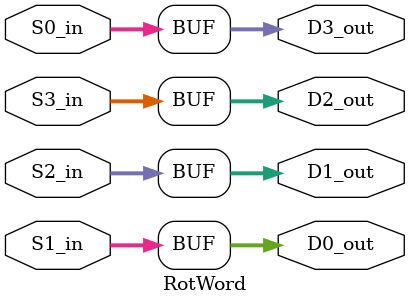
<source format=v>

module RotWord(
	input wire [7:0] S0_in,
	input wire [7:0] S1_in,
	input wire [7:0] S2_in,
	input wire [7:0] S3_in,
	output wire [7:0] D0_out,
	output wire [7:0] D1_out,
	output wire [7:0] D2_out,
	output wire [7:0] D3_out	
	);
	
	assign D0_out = S1_in; // Lỗi 1: D0_out = S0_in; --> D0_out = S1_in;
	assign D1_out = S2_in;
	assign D2_out = S3_in;
	assign D3_out = S0_in; // Lỗi 2: D3_out = S1_in; --> D3_out = S0_in;
	
endmodule
</source>
